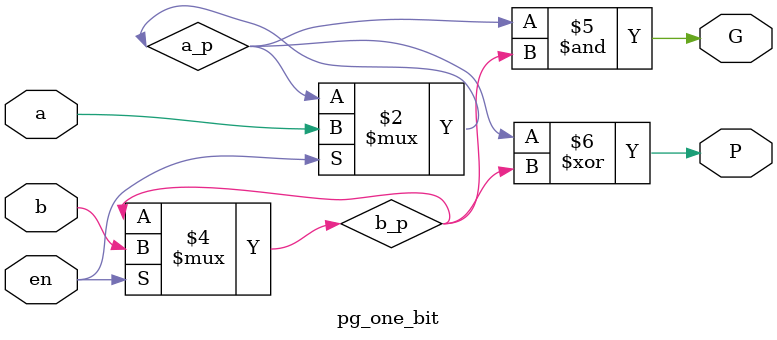
<source format=v>
`timescale 1ns / 1ps
module pg_one_bit(
    input en,
    input a,
    input b,
    output P,
    output G
    );


 wire a_p;
 wire b_p;  


// dynamic sizing avoids changing inputs

 assign  a_p = (en == 1) ? a : a_p ;
 assign  b_p = (en == 1) ? b : b_p;

 assign  G = a_p&b_p;
 assign  P = a_p^b_p;
 
 
endmodule

</source>
